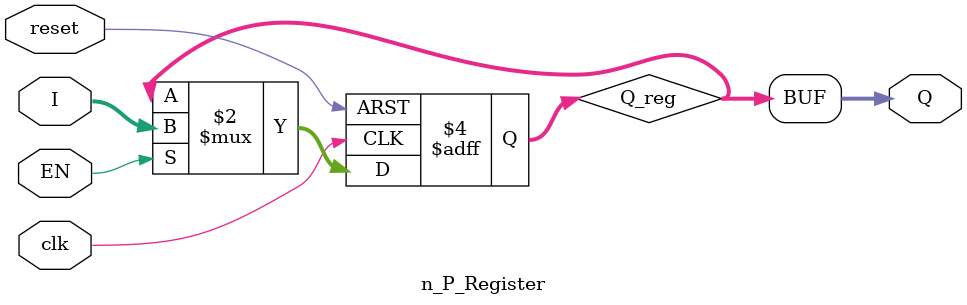
<source format=v>
module n_P_Register
#(parameter n=4 )(
    input  clk, reset,EN,
    input  [n-1:0] I,
    output [n-1:0]Q
);   
    reg [n-1:0] Q_reg;

    assign Q = Q_reg;

    always @(posedge clk or posedge reset) begin
        if(reset)
            Q_reg <= {n{1'b0}};
        else if(EN)
            Q_reg<= I;
    end

endmodule
</source>
